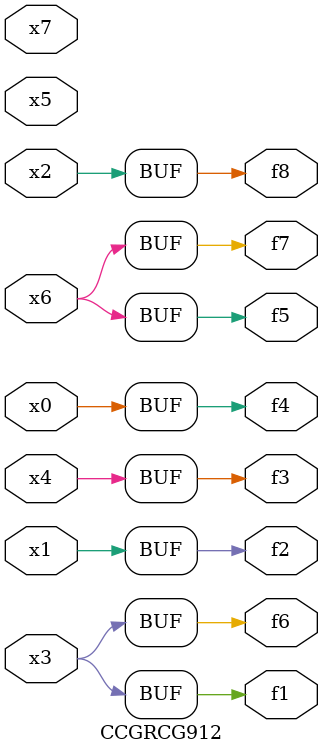
<source format=v>
module CCGRCG912(
	input x0, x1, x2, x3, x4, x5, x6, x7,
	output f1, f2, f3, f4, f5, f6, f7, f8
);
	assign f1 = x3;
	assign f2 = x1;
	assign f3 = x4;
	assign f4 = x0;
	assign f5 = x6;
	assign f6 = x3;
	assign f7 = x6;
	assign f8 = x2;
endmodule

</source>
